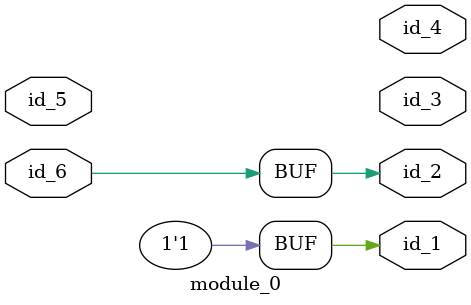
<source format=v>
module module_0 (
    id_1,
    id_2,
    id_3,
    id_4,
    id_5,
    id_6
);
  input id_6;
  input id_5;
  output id_4;
  output id_3;
  output id_2;
  output id_1;
  assign id_2 = id_6;
  assign id_1 = 1;
endmodule

</source>
